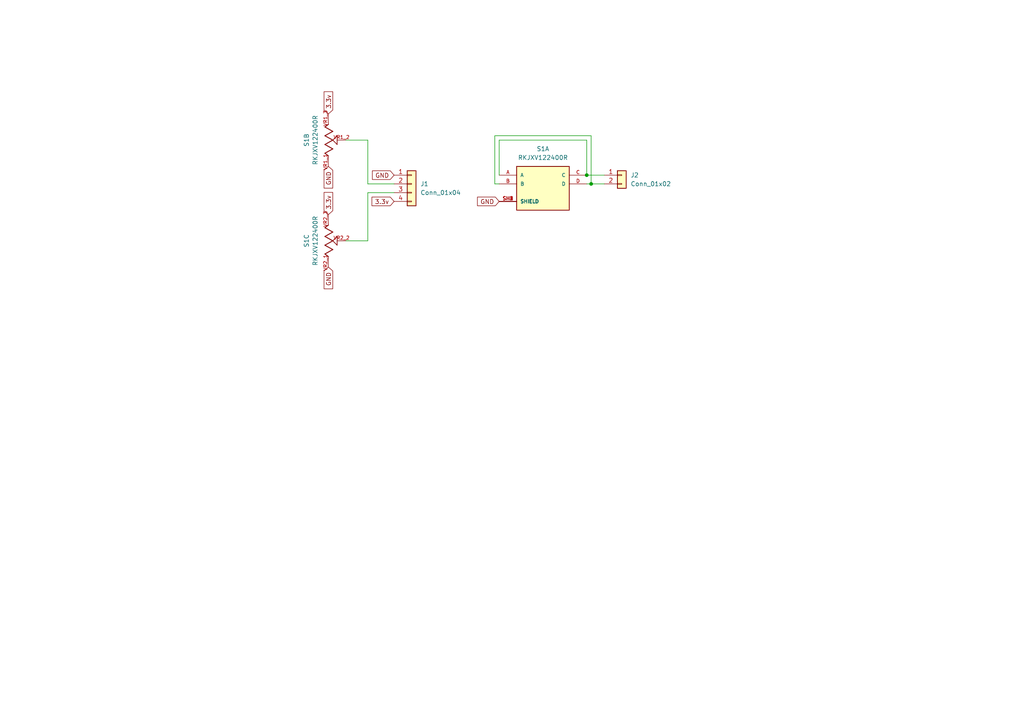
<source format=kicad_sch>
(kicad_sch (version 20231120) (generator "eeschema") (generator_version "8.0")
  (paper "A4")
  (lib_symbols
    (symbol "Connector_Generic:Conn_01x02" (pin_names (offset 1.016) hide)
      (property "Reference" "J" (at 0 2.54 0))
      (property "Value" "Conn_01x02" (at 0 -5.08 0))
      (symbol "Conn_01x02_1_1"
        (rectangle (start -1.27 -2.413) (end 0 -2.667) (stroke (width 0.1524)))
        (rectangle (start -1.27 0.127) (end 0 -0.127) (stroke (width 0.1524)))
        (rectangle (start -1.27 1.27) (end 1.27 -3.81) (stroke (width 0.254)) (fill (type background)))
        (pin passive line (at -5.08 0 0) (length 3.81) (name "Pin_1") (number "1"))
        (pin passive line (at -5.08 -2.54 0) (length 3.81) (name "Pin_2") (number "2"))
      )
    )
    (symbol "Connector_Generic:Conn_01x04" (pin_names (offset 1.016) hide)
      (property "Reference" "J" (at 0 5.08 0))
      (property "Value" "Conn_01x04" (at 0 -7.62 0))
      (symbol "Conn_01x04_1_1"
        (rectangle (start -1.27 -4.953) (end 0 -5.207) (stroke (width 0.1524)))
        (rectangle (start -1.27 -2.413) (end 0 -2.667) (stroke (width 0.1524)))
        (rectangle (start -1.27 0.127) (end 0 -0.127) (stroke (width 0.1524)))
        (rectangle (start -1.27 2.667) (end 0 2.413) (stroke (width 0.1524)))
        (rectangle (start -1.27 3.81) (end 1.27 -6.35) (stroke (width 0.254)) (fill (type background)))
        (pin passive line (at -5.08 2.54 0) (length 3.81) (name "Pin_1") (number "1"))
        (pin passive line (at -5.08 0 0) (length 3.81) (name "Pin_2") (number "2"))
        (pin passive line (at -5.08 -2.54 0) (length 3.81) (name "Pin_3") (number "3"))
        (pin passive line (at -5.08 -5.08 0) (length 3.81) (name "Pin_4") (number "4"))
      )
    )
    (symbol "RKJXV122400R:RKJXV122400R" (pin_names (offset 1.016))
      (property "Reference" "S" (at -7.62 5.588 0))
      (property "Value" "RKJXV122400R" (at -7.62 -10.16 0))
      (symbol "RKJXV122400R_1_0"
        (rectangle (start -7.62 -7.62) (end 7.62 5.08) (stroke (width 0.254)) (fill (type background)))
        (pin passive line (at -12.7 2.54 0) (length 5.08) (name "A") (number "A"))
        (pin passive line (at -12.7 0 0) (length 5.08) (name "B") (number "B"))
        (pin passive line (at 12.7 2.54 180) (length 5.08) (name "C") (number "C"))
        (pin passive line (at 12.7 0 180) (length 5.08) (name "D") (number "D"))
        (pin passive line (at -12.7 -5.08 0) (length 5.08) (name "SHIELD") (number "SH1"))
        (pin passive line (at -12.7 -5.08 0) (length 5.08) (name "SHIELD") (number "SH2"))
        (pin passive line (at -12.7 -5.08 0) (length 5.08) (name "SHIELD") (number "SH3"))
        (pin passive line (at -12.7 -5.08 0) (length 5.08) (name "SHIELD") (number "SH4"))
      )
      (symbol "RKJXV122400R_2_0"
        (polyline (pts (xy -5.08 0) (xy -4.572 0)) (stroke (width 0.1524)))
        (polyline (pts (xy -4.572 0) (xy -3.81 1.016)) (stroke (width 0.254)))
        (polyline (pts (xy -3.81 1.016) (xy -2.54 -1.27)) (stroke (width 0.254)))
        (polyline (pts (xy -2.54 -1.27) (xy -1.27 1.016)) (stroke (width 0.254)))
        (polyline (pts (xy -1.27 -2.54) (xy 0 -1.27)) (stroke (width 0.2032)))
        (polyline (pts (xy -1.27 1.016) (xy 0 -1.27)) (stroke (width 0.254)))
        (polyline (pts (xy 0 -1.27) (xy 1.27 -2.54)) (stroke (width 0.2032)))
        (polyline (pts (xy 0 -1.27) (xy 1.27 1.016)) (stroke (width 0.254)))
        (polyline (pts (xy 1.27 -2.54) (xy -1.27 -2.54)) (stroke (width 0.2032)))
        (polyline (pts (xy 1.27 1.016) (xy 2.54 -1.27)) (stroke (width 0.254)))
        (polyline (pts (xy 2.54 -1.27) (xy 3.81 1.016)) (stroke (width 0.254)))
        (polyline (pts (xy 3.81 1.016) (xy 4.572 0)) (stroke (width 0.254)))
        (polyline (pts (xy 4.572 0) (xy 5.08 0)) (stroke (width 0.1524)))
        (pin passive line (at -7.62 0 0) (length 2.54) (name "~") (number "VR1_1"))
        (pin passive line (at 0 -5.08 90) (length 2.54) (name "~") (number "VR1_2"))
        (pin passive line (at 7.62 0 180) (length 2.54) (name "~") (number "VR1_3"))
      )
      (symbol "RKJXV122400R_3_0"
        (polyline (pts (xy -5.08 0) (xy -4.572 0)) (stroke (width 0.1524)))
        (polyline (pts (xy -4.572 0) (xy -3.81 1.016)) (stroke (width 0.254)))
        (polyline (pts (xy -3.81 1.016) (xy -2.54 -1.27)) (stroke (width 0.254)))
        (polyline (pts (xy -2.54 -1.27) (xy -1.27 1.016)) (stroke (width 0.254)))
        (polyline (pts (xy -1.27 -2.54) (xy 0 -1.27)) (stroke (width 0.2032)))
        (polyline (pts (xy -1.27 1.016) (xy 0 -1.27)) (stroke (width 0.254)))
        (polyline (pts (xy 0 -1.27) (xy 1.27 -2.54)) (stroke (width 0.2032)))
        (polyline (pts (xy 0 -1.27) (xy 1.27 1.016)) (stroke (width 0.254)))
        (polyline (pts (xy 1.27 -2.54) (xy -1.27 -2.54)) (stroke (width 0.2032)))
        (polyline (pts (xy 1.27 1.016) (xy 2.54 -1.27)) (stroke (width 0.254)))
        (polyline (pts (xy 2.54 -1.27) (xy 3.81 1.016)) (stroke (width 0.254)))
        (polyline (pts (xy 3.81 1.016) (xy 4.572 0)) (stroke (width 0.254)))
        (polyline (pts (xy 4.572 0) (xy 5.08 0)) (stroke (width 0.1524)))
        (pin passive line (at -7.62 0 0) (length 2.54) (name "~") (number "VR2_1"))
        (pin passive line (at 0 -5.08 90) (length 2.54) (name "~") (number "VR2_2"))
        (pin passive line (at 7.62 0 180) (length 2.54) (name "~") (number "VR2_3"))
      )
    )
  )
  (junction (at 171.45 53.34))
  (junction (at 170.18 50.8))
  (wire (pts (xy 100.33 69.85) (xy 106.68 69.85)))
  (wire (pts (xy 144.78 53.34) (xy 143.51 53.34)))
  (wire (pts (xy 106.68 40.64) (xy 106.68 53.34)))
  (wire (pts (xy 171.45 39.37) (xy 171.45 53.34)))
  (wire (pts (xy 170.18 40.64) (xy 144.78 40.64)))
  (wire (pts (xy 100.33 40.64) (xy 106.68 40.64)))
  (wire (pts (xy 106.68 53.34) (xy 114.3 53.34)))
  (wire (pts (xy 143.51 39.37) (xy 171.45 39.37)))
  (wire (pts (xy 106.68 55.88) (xy 114.3 55.88)))
  (wire (pts (xy 171.45 53.34) (xy 170.18 53.34)))
  (wire (pts (xy 170.18 50.8) (xy 175.26 50.8)))
  (wire (pts (xy 143.51 53.34) (xy 143.51 39.37)))
  (wire (pts (xy 106.68 69.85) (xy 106.68 55.88)))
  (wire (pts (xy 144.78 40.64) (xy 144.78 50.8)))
  (wire (pts (xy 170.18 50.8) (xy 170.18 40.64)))
  (wire (pts (xy 171.45 53.34) (xy 175.26 53.34)))
  (global_label "GND" (shape input) (at 95.25 48.26 270) (property "Intersheetrefs" "${INTERSHEET_REFS}" (effects (hide yes))))
  (global_label "3.3v" (shape input) (at 95.25 33.02 90) (property "Intersheetrefs" "${INTERSHEET_REFS}" (effects (hide yes))))
  (global_label "GND" (shape input) (at 95.25 77.47 270) (property "Intersheetrefs" "${INTERSHEET_REFS}" (effects (hide yes))))
  (global_label "3.3v" (shape input) (at 95.25 62.23 90) (property "Intersheetrefs" "${INTERSHEET_REFS}" (effects (hide yes))))
  (global_label "3.3v" (shape input) (at 114.3 58.42 180) (property "Intersheetrefs" "${INTERSHEET_REFS}" (effects (hide yes))))
  (global_label "GND" (shape input) (at 114.3 50.8 180) (property "Intersheetrefs" "${INTERSHEET_REFS}" (effects (hide yes))))
  (global_label "GND" (shape input) (at 144.78 58.42 180) (property "Intersheetrefs" "${INTERSHEET_REFS}" (effects (hide yes))))
  (symbol (lib_id "RKJXV122400R:RKJXV122400R") (at 157.48 53.34 0) (unit 1)
    (property "Reference" "S1" (at 157.48 43.18 0))
    (property "Value" "RKJXV122400R" (at 157.48 45.72 0))
    (property "Footprint" "footprints:SW_RKJXV122400R" (effects (hide yes)))
    (property "MF" "Alps Alpine" (effects (hide yes)))
    (property "MAXIMUM_PACKAGE_HEIGHT" "19.8 mm" (effects (hide yes)))
    (property "Package" "None" (effects (hide yes)))
    (property "Price" "None" (effects (hide yes)))
    (property "Check_prices" "https://www.snapeda.com/parts/RKJXV122400R/ALPS/view-part/?ref=eda" (effects (hide yes)))
    (property "STANDARD" "Manufacturer Recommendations" (effects (hide yes)))
    (property "PARTREV" "N/A" (effects (hide yes)))
    (property "SnapEDA_Link" "https://www.snapeda.com/parts/RKJXV122400R/ALPS/view-part/?ref=snap" (effects (hide yes)))
    (property "MP" "RKJXV122400R" (effects (hide yes)))
    (property "Purchase-URL" "https://www.snapeda.com/api/url_track_click_mouser/?unipart_id=6592914&manufacturer=Alps Alpine&part_name=RKJXV122400R&search_term=\"rkjxv\"" (effects (hide yes)))
    (property "Description_1" "\nMulti-Directional Switches 23degree max, 10Kohm 50V AC, 5V DC\n" (effects (hide yes)))
    (property "MANUFACTURER" "ALPS" (effects (hide yes)))
    (property "Availability" "In Stock" (effects (hide yes)))
    (property "SNAPEDA_PN" "RKJXV122400R" (effects (hide yes)))
  )
  (symbol (lib_id "RKJXV122400R:RKJXV122400R") (at 95.25 40.64 90) (unit 2)
    (property "Reference" "S1" (at 88.9 40.64 0))
    (property "Value" "RKJXV122400R" (at 91.44 40.64 0))
    (property "Footprint" "footprints:SW_RKJXV122400R" (effects (hide yes)))
    (property "MF" "Alps Alpine" (effects (hide yes)))
    (property "MAXIMUM_PACKAGE_HEIGHT" "19.8 mm" (effects (hide yes)))
    (property "Package" "None" (effects (hide yes)))
    (property "Price" "None" (effects (hide yes)))
    (property "Check_prices" "https://www.snapeda.com/parts/RKJXV122400R/ALPS/view-part/?ref=eda" (effects (hide yes)))
    (property "STANDARD" "Manufacturer Recommendations" (effects (hide yes)))
    (property "PARTREV" "N/A" (effects (hide yes)))
    (property "SnapEDA_Link" "https://www.snapeda.com/parts/RKJXV122400R/ALPS/view-part/?ref=snap" (effects (hide yes)))
    (property "MP" "RKJXV122400R" (effects (hide yes)))
    (property "Purchase-URL" "https://www.snapeda.com/api/url_track_click_mouser/?unipart_id=6592914&manufacturer=Alps Alpine&part_name=RKJXV122400R&search_term=\"rkjxv\"" (effects (hide yes)))
    (property "Description_1" "\nMulti-Directional Switches 23degree max, 10Kohm 50V AC, 5V DC\n" (effects (hide yes)))
    (property "MANUFACTURER" "ALPS" (effects (hide yes)))
    (property "Availability" "In Stock" (effects (hide yes)))
    (property "SNAPEDA_PN" "RKJXV122400R" (effects (hide yes)))
  )
  (symbol (lib_id "Connector_Generic:Conn_01x04") (at 119.38 53.34 0) (unit 1)
    (property "Reference" "J1" (at 121.92 53.3399 0) (effects (justify left)))
    (property "Value" "Conn_01x04" (at 121.92 55.8799 0) (effects (justify left)))
    (property "Footprint" "Connector_JST:JST_PH_B4B-PH-K_1x04_P2.00mm_Vertical" (effects (hide yes)))
    (property "Description" "Generic connector, single row, 01x04, script generated (kicad-library-utils/schlib/autogen/connector/)" (effects (hide yes)))
  )
  (symbol (lib_id "Connector_Generic:Conn_01x02") (at 180.34 50.8 0) (unit 1)
    (property "Reference" "J2" (at 182.88 50.7999 0) (effects (justify left)))
    (property "Value" "Conn_01x02" (at 182.88 53.3399 0) (effects (justify left)))
    (property "Footprint" "Connector_JST:JST_PH_B2B-PH-K_1x02_P2.00mm_Vertical" (effects (hide yes)))
    (property "Description" "Generic connector, single row, 01x02, script generated (kicad-library-utils/schlib/autogen/connector/)" (effects (hide yes)))
  )
  (symbol (lib_id "RKJXV122400R:RKJXV122400R") (at 95.25 69.85 90) (unit 3)
    (property "Reference" "S1" (at 88.9 69.85 0))
    (property "Value" "RKJXV122400R" (at 91.44 69.85 0))
    (property "Footprint" "footprints:SW_RKJXV122400R" (effects (hide yes)))
    (property "MF" "Alps Alpine" (effects (hide yes)))
    (property "MAXIMUM_PACKAGE_HEIGHT" "19.8 mm" (effects (hide yes)))
    (property "Package" "None" (effects (hide yes)))
    (property "Price" "None" (effects (hide yes)))
    (property "Check_prices" "https://www.snapeda.com/parts/RKJXV122400R/ALPS/view-part/?ref=eda" (effects (hide yes)))
    (property "STANDARD" "Manufacturer Recommendations" (effects (hide yes)))
    (property "PARTREV" "N/A" (effects (hide yes)))
    (property "SnapEDA_Link" "https://www.snapeda.com/parts/RKJXV122400R/ALPS/view-part/?ref=snap" (effects (hide yes)))
    (property "MP" "RKJXV122400R" (effects (hide yes)))
    (property "Purchase-URL" "https://www.snapeda.com/api/url_track_click_mouser/?unipart_id=6592914&manufacturer=Alps Alpine&part_name=RKJXV122400R&search_term=\"rkjxv\"" (effects (hide yes)))
    (property "Description_1" "\nMulti-Directional Switches 23degree max, 10Kohm 50V AC, 5V DC\n" (effects (hide yes)))
    (property "MANUFACTURER" "ALPS" (effects (hide yes)))
    (property "Availability" "In Stock" (effects (hide yes)))
    (property "SNAPEDA_PN" "RKJXV122400R" (effects (hide yes)))
  )
)
</source>
